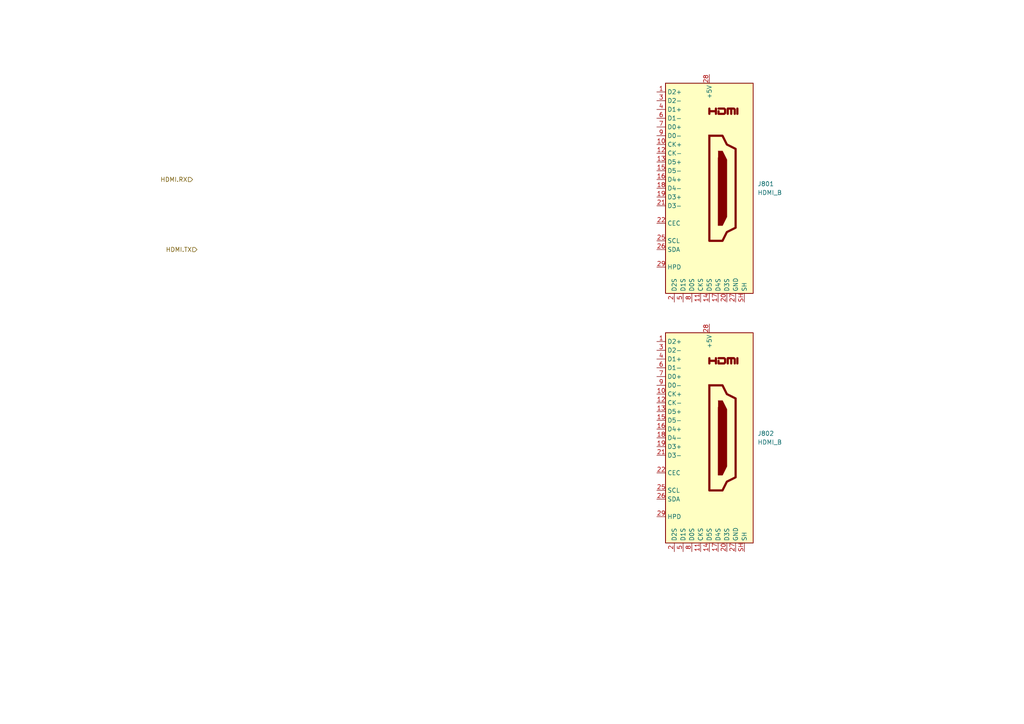
<source format=kicad_sch>
(kicad_sch (version 20250114) (generator "eeschema") (generator_version "9.0")
  (paper "A4")
  (lib_symbols
    (symbol "Connector:HDMI_B"
      (property "Reference" "J" (at -7.62 31.75 0))
      (property "Value" "HDMI_B" (at 7.62 31.75 0))
      (symbol "HDMI_B_0_0"
        (polyline (pts (xy 0 21.59) (xy 0 23.114) (xy 0 22.352) (xy 1.905 22.352) (xy 1.905 23.114) (xy 1.905 21.59)) (stroke (width 0.635)))
        (polyline (pts (xy 2.667 23.114) (xy 4.318 23.114) (xy 4.572 22.86) (xy 4.572 21.844) (xy 4.318 21.59) (xy 2.667 21.59) (xy 2.667 22.352)) (stroke (width 0.635)))
        (polyline (pts (xy 8.128 21.59) (xy 8.128 23.114)) (stroke (width 0.635)))
      )
      (symbol "HDMI_B_0_1"
        (rectangle (start -12.7 30.48) (end 12.7 -30.48) (stroke (width 0.254)) (fill (type background)))
        (polyline (pts (xy 0 15.24) (xy 0 -15.24) (xy 3.81 -15.24) (xy 5.08 -12.7) (xy 7.62 -11.43) (xy 7.62 11.43) (xy 5.08 12.7) (xy 3.81 15.24) (xy 0 15.24)) (stroke (width 0.635)))
        (polyline (pts (xy 2.54 10.795) (xy 3.81 10.795) (xy 5.08 8.255) (xy 5.08 -8.255) (xy 3.81 -10.795) (xy 2.54 -10.795) (xy 2.54 8.89)) (fill (type outline)))
        (polyline (pts (xy 5.334 21.59) (xy 5.334 23.114) (xy 6.35 23.114) (xy 6.35 21.59) (xy 6.35 23.114) (xy 7.112 23.114) (xy 7.366 22.86) (xy 7.366 21.59)) (stroke (width 0.635)))
      )
      (symbol "HDMI_B_1_1"
        (pin passive line (at -15.24 27.94 0) (length 2.54) (name "D2+") (number "1"))
        (pin passive line (at -15.24 25.4 0) (length 2.54) (name "D2-") (number "3"))
        (pin passive line (at -15.24 22.86 0) (length 2.54) (name "D1+") (number "4"))
        (pin passive line (at -15.24 20.32 0) (length 2.54) (name "D1-") (number "6"))
        (pin passive line (at -15.24 17.78 0) (length 2.54) (name "D0+") (number "7"))
        (pin passive line (at -15.24 15.24 0) (length 2.54) (name "D0-") (number "9"))
        (pin passive line (at -15.24 12.7 0) (length 2.54) (name "CK+") (number "10"))
        (pin passive line (at -15.24 10.16 0) (length 2.54) (name "CK-") (number "12"))
        (pin passive line (at -15.24 7.62 0) (length 2.54) (name "D5+") (number "13"))
        (pin passive line (at -15.24 5.08 0) (length 2.54) (name "D5-") (number "15"))
        (pin passive line (at -15.24 2.54 0) (length 2.54) (name "D4+") (number "16"))
        (pin passive line (at -15.24 0 0) (length 2.54) (name "D4-") (number "18"))
        (pin passive line (at -15.24 -2.54 0) (length 2.54) (name "D3+") (number "19"))
        (pin passive line (at -15.24 -5.08 0) (length 2.54) (name "D3-") (number "21"))
        (pin bidirectional line (at -15.24 -10.16 0) (length 2.54) (name "CEC") (number "22"))
        (pin passive line (at -15.24 -15.24 0) (length 2.54) (name "SCL") (number "25"))
        (pin bidirectional line (at -15.24 -17.78 0) (length 2.54) (name "SDA") (number "26"))
        (pin passive line (at -15.24 -22.86 0) (length 2.54) (name "HPD") (number "29"))
        (pin no_connect line (at -12.7 -12.7 0) (length 2.54) (hide yes) (name "NC") (number "23"))
        (pin no_connect line (at -12.7 -20.32 0) (length 2.54) (hide yes) (name "NC") (number "24"))
        (pin power_in line (at -10.16 -33.02 90) (length 2.54) (name "D2S") (number "2"))
        (pin power_in line (at -7.62 -33.02 90) (length 2.54) (name "D1S") (number "5"))
        (pin power_in line (at -5.08 -33.02 90) (length 2.54) (name "D0S") (number "8"))
        (pin power_in line (at -2.54 -33.02 90) (length 2.54) (name "CKS") (number "11"))
        (pin power_in line (at 0 33.02 270) (length 2.54) (name "+5V") (number "28"))
        (pin power_in line (at 0 -33.02 90) (length 2.54) (name "D5S") (number "14"))
        (pin power_in line (at 2.54 -33.02 90) (length 2.54) (name "D4S") (number "17"))
        (pin power_in line (at 5.08 -33.02 90) (length 2.54) (name "D3S") (number "20"))
        (pin power_in line (at 7.62 -33.02 90) (length 2.54) (name "GND") (number "27"))
        (pin passive line (at 10.16 -33.02 90) (length 2.54) (name "SH") (number "SH"))
      )
    )
  )
  (hierarchical_label "HDMI.RX" (shape input) (at 55.88 52.07 180))
  (hierarchical_label "HDMI.TX" (shape input) (at 57.15 72.39 180))
  (symbol (lib_id "Connector:HDMI_B") (at 205.74 127 0) (unit 1)
    (property "Reference" "J802" (at 219.71 125.7299 0) (effects (justify left)))
    (property "Value" "HDMI_B" (at 219.71 128.2699 0) (effects (justify left)))
    (property "Datasheet" "http://pinouts.ru/Video/hdmi_pinout.shtml" (effects (hide yes)))
    (property "Description" "HDMI type B connector" (effects (hide yes)))
  )
  (symbol (lib_id "Connector:HDMI_B") (at 205.74 54.61 0) (unit 1)
    (property "Reference" "J801" (at 219.71 53.3399 0) (effects (justify left)))
    (property "Value" "HDMI_B" (at 219.71 55.8799 0) (effects (justify left)))
    (property "Datasheet" "http://pinouts.ru/Video/hdmi_pinout.shtml" (effects (hide yes)))
    (property "Description" "HDMI type B connector" (effects (hide yes)))
  )
)
</source>
